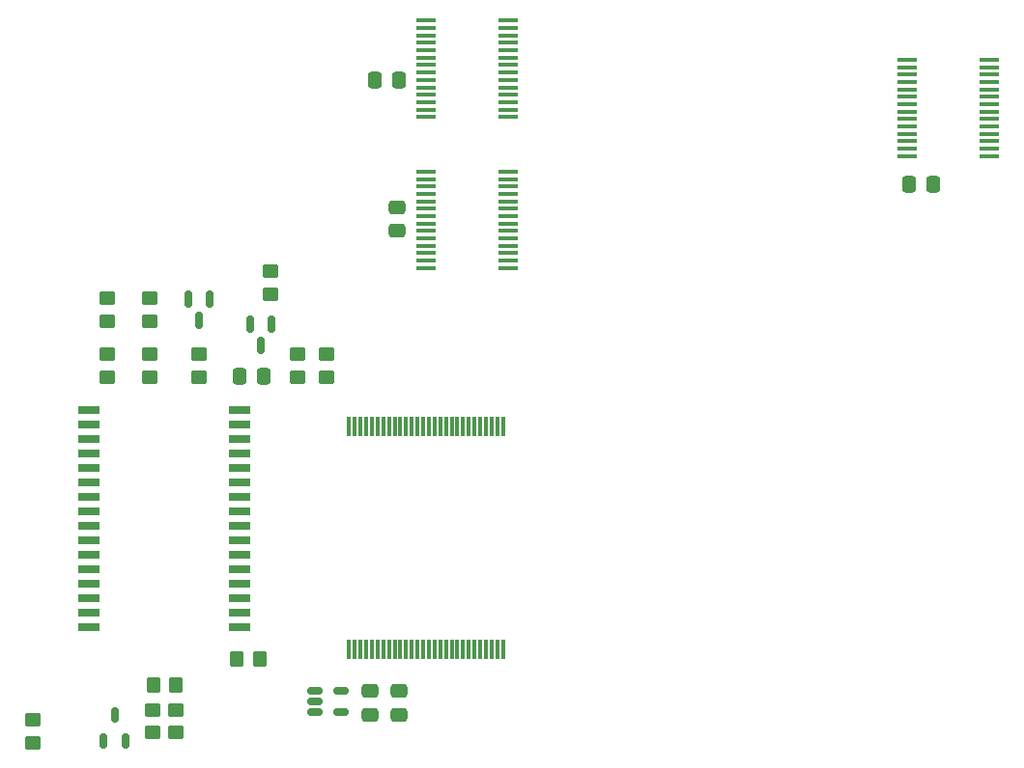
<source format=gbr>
%TF.GenerationSoftware,KiCad,Pcbnew,8.0.1*%
%TF.CreationDate,2024-04-05T12:29:39-07:00*%
%TF.ProjectId,flash-32mbit,666c6173-682d-4333-926d-6269742e6b69,10*%
%TF.SameCoordinates,Original*%
%TF.FileFunction,Paste,Top*%
%TF.FilePolarity,Positive*%
%FSLAX46Y46*%
G04 Gerber Fmt 4.6, Leading zero omitted, Abs format (unit mm)*
G04 Created by KiCad (PCBNEW 8.0.1) date 2024-04-05 12:29:39*
%MOMM*%
%LPD*%
G01*
G04 APERTURE LIST*
G04 Aperture macros list*
%AMRoundRect*
0 Rectangle with rounded corners*
0 $1 Rounding radius*
0 $2 $3 $4 $5 $6 $7 $8 $9 X,Y pos of 4 corners*
0 Add a 4 corners polygon primitive as box body*
4,1,4,$2,$3,$4,$5,$6,$7,$8,$9,$2,$3,0*
0 Add four circle primitives for the rounded corners*
1,1,$1+$1,$2,$3*
1,1,$1+$1,$4,$5*
1,1,$1+$1,$6,$7*
1,1,$1+$1,$8,$9*
0 Add four rect primitives between the rounded corners*
20,1,$1+$1,$2,$3,$4,$5,0*
20,1,$1+$1,$4,$5,$6,$7,0*
20,1,$1+$1,$6,$7,$8,$9,0*
20,1,$1+$1,$8,$9,$2,$3,0*%
G04 Aperture macros list end*
%ADD10RoundRect,0.250000X0.450000X-0.350000X0.450000X0.350000X-0.450000X0.350000X-0.450000X-0.350000X0*%
%ADD11RoundRect,0.250000X-0.475000X0.337500X-0.475000X-0.337500X0.475000X-0.337500X0.475000X0.337500X0*%
%ADD12R,1.750000X0.450000*%
%ADD13RoundRect,0.150000X0.150000X-0.512500X0.150000X0.512500X-0.150000X0.512500X-0.150000X-0.512500X0*%
%ADD14R,1.924000X0.700000*%
%ADD15RoundRect,0.250000X-0.450000X0.350000X-0.450000X-0.350000X0.450000X-0.350000X0.450000X0.350000X0*%
%ADD16RoundRect,0.150000X-0.512500X-0.150000X0.512500X-0.150000X0.512500X0.150000X-0.512500X0.150000X0*%
%ADD17RoundRect,0.250000X0.350000X0.450000X-0.350000X0.450000X-0.350000X-0.450000X0.350000X-0.450000X0*%
%ADD18RoundRect,0.250000X-0.350000X-0.450000X0.350000X-0.450000X0.350000X0.450000X-0.350000X0.450000X0*%
%ADD19RoundRect,0.250000X0.337500X0.475000X-0.337500X0.475000X-0.337500X-0.475000X0.337500X-0.475000X0*%
%ADD20RoundRect,0.075000X0.075000X-0.809000X0.075000X0.809000X-0.075000X0.809000X-0.075000X-0.809000X0*%
%ADD21RoundRect,0.250000X-0.337500X-0.475000X0.337500X-0.475000X0.337500X0.475000X-0.337500X0.475000X0*%
%ADD22RoundRect,0.150000X-0.150000X0.587500X-0.150000X-0.587500X0.150000X-0.587500X0.150000X0.587500X0*%
G04 APERTURE END LIST*
D10*
%TO.C,R12*%
X118900000Y-93200000D03*
X118900000Y-91200000D03*
%TD*%
D11*
%TO.C,C6*%
X140550000Y-78312500D03*
X140550000Y-80387500D03*
%TD*%
D10*
%TO.C,R11*%
X118900000Y-88300000D03*
X118900000Y-86300000D03*
%TD*%
%TO.C,R1*%
X129500000Y-85900000D03*
X129500000Y-83900000D03*
%TD*%
D12*
%TO.C,U7*%
X143100000Y-61925000D03*
X143100000Y-62575000D03*
X143100000Y-63225000D03*
X143100000Y-63875000D03*
X143100000Y-64525000D03*
X143100000Y-65175000D03*
X143100000Y-65825000D03*
X143100000Y-66475000D03*
X143100000Y-67125000D03*
X143100000Y-67775000D03*
X143100000Y-68425000D03*
X143100000Y-69075000D03*
X143100000Y-69725000D03*
X143100000Y-70375000D03*
X150300000Y-70375000D03*
X150300000Y-69725000D03*
X150300000Y-69075000D03*
X150300000Y-68425000D03*
X150300000Y-67775000D03*
X150300000Y-67125000D03*
X150300000Y-66475000D03*
X150300000Y-65825000D03*
X150300000Y-65175000D03*
X150300000Y-64525000D03*
X150300000Y-63875000D03*
X150300000Y-63225000D03*
X150300000Y-62575000D03*
X150300000Y-61925000D03*
%TD*%
D13*
%TO.C,D2*%
X114850000Y-125137500D03*
X116750000Y-125137500D03*
X115800000Y-122862500D03*
%TD*%
D10*
%TO.C,R6*%
X119150000Y-124400000D03*
X119150000Y-122400000D03*
%TD*%
D14*
%TO.C,U2*%
X113537000Y-96125000D03*
X113537000Y-97395000D03*
X113537000Y-98665000D03*
X113537000Y-99935000D03*
X113537000Y-101205000D03*
X113537000Y-102475000D03*
X113537000Y-103745000D03*
X113537000Y-105015000D03*
X113537000Y-106285000D03*
X113537000Y-107555000D03*
X113537000Y-108825000D03*
X113537000Y-110095000D03*
X113537000Y-111365000D03*
X113537000Y-112635000D03*
X113537000Y-113905000D03*
X113537000Y-115175000D03*
X126763000Y-115175000D03*
X126763000Y-113905000D03*
X126763000Y-112635000D03*
X126763000Y-111365000D03*
X126763000Y-110095000D03*
X126763000Y-108825000D03*
X126763000Y-107555000D03*
X126763000Y-106285000D03*
X126763000Y-105015000D03*
X126763000Y-103745000D03*
X126763000Y-102475000D03*
X126763000Y-101205000D03*
X126763000Y-99935000D03*
X126763000Y-98665000D03*
X126763000Y-97395000D03*
X126763000Y-96125000D03*
%TD*%
D11*
%TO.C,C4*%
X140700000Y-120762500D03*
X140700000Y-122837500D03*
%TD*%
D15*
%TO.C,R8*%
X108600000Y-123300000D03*
X108600000Y-125300000D03*
%TD*%
D16*
%TO.C,U3*%
X133375000Y-120700000D03*
X133375000Y-121650000D03*
X133375000Y-122600000D03*
X135650000Y-122600000D03*
X135650000Y-120700000D03*
%TD*%
D11*
%TO.C,C2*%
X138200000Y-120762500D03*
X138200000Y-122837500D03*
%TD*%
D12*
%TO.C,U6*%
X143100000Y-75175000D03*
X143100000Y-75825000D03*
X143100000Y-76475000D03*
X143100000Y-77125000D03*
X143100000Y-77775000D03*
X143100000Y-78425000D03*
X143100000Y-79075000D03*
X143100000Y-79725000D03*
X143100000Y-80375000D03*
X143100000Y-81025000D03*
X143100000Y-81675000D03*
X143100000Y-82325000D03*
X143100000Y-82975000D03*
X143100000Y-83625000D03*
X150300000Y-83625000D03*
X150300000Y-82975000D03*
X150300000Y-82325000D03*
X150300000Y-81675000D03*
X150300000Y-81025000D03*
X150300000Y-80375000D03*
X150300000Y-79725000D03*
X150300000Y-79075000D03*
X150300000Y-78425000D03*
X150300000Y-77775000D03*
X150300000Y-77125000D03*
X150300000Y-76475000D03*
X150300000Y-75825000D03*
X150300000Y-75175000D03*
%TD*%
D10*
%TO.C,R10*%
X115200000Y-88300000D03*
X115200000Y-86300000D03*
%TD*%
D17*
%TO.C,R4*%
X121200000Y-120250000D03*
X119200000Y-120250000D03*
%TD*%
D18*
%TO.C,R5*%
X126500000Y-117900000D03*
X128500000Y-117900000D03*
%TD*%
D15*
%TO.C,R13*%
X123200000Y-91200000D03*
X123200000Y-93200000D03*
%TD*%
%TO.C,R9*%
X115200000Y-91200000D03*
X115200000Y-93200000D03*
%TD*%
D19*
%TO.C,C1*%
X128837500Y-93100000D03*
X126762500Y-93100000D03*
%TD*%
D10*
%TO.C,R3*%
X134400000Y-93200000D03*
X134400000Y-91200000D03*
%TD*%
D15*
%TO.C,R14*%
X131800000Y-91200000D03*
X131800000Y-93200000D03*
%TD*%
D20*
%TO.C,U1*%
X136350000Y-117084000D03*
X136850000Y-117084000D03*
X137350000Y-117084000D03*
X137850000Y-117084000D03*
X138350000Y-117084000D03*
X138850000Y-117084000D03*
X139350000Y-117084000D03*
X139850000Y-117084000D03*
X140350000Y-117084000D03*
X140850000Y-117084000D03*
X141350000Y-117084000D03*
X141850000Y-117084000D03*
X142350000Y-117084000D03*
X142850000Y-117084000D03*
X143350000Y-117084000D03*
X143850000Y-117084000D03*
X144350000Y-117084000D03*
X144850000Y-117084000D03*
X145350000Y-117084000D03*
X145850000Y-117084000D03*
X146350000Y-117084000D03*
X146850000Y-117084000D03*
X147350000Y-117084000D03*
X147850000Y-117084000D03*
X148350000Y-117084000D03*
X148850000Y-117084000D03*
X149350000Y-117084000D03*
X149850000Y-117084000D03*
X149850000Y-97516000D03*
X149350000Y-97516000D03*
X148850000Y-97516000D03*
X148350000Y-97516000D03*
X147850000Y-97516000D03*
X147350000Y-97516000D03*
X146850000Y-97516000D03*
X146350000Y-97516000D03*
X145850000Y-97516000D03*
X145350000Y-97516000D03*
X144850000Y-97516000D03*
X144350000Y-97516000D03*
X143850000Y-97516000D03*
X143350000Y-97516000D03*
X142850000Y-97516000D03*
X142350000Y-97516000D03*
X141850000Y-97516000D03*
X141350000Y-97516000D03*
X140850000Y-97516000D03*
X140350000Y-97516000D03*
X139850000Y-97516000D03*
X139350000Y-97516000D03*
X138850000Y-97516000D03*
X138350000Y-97516000D03*
X137850000Y-97516000D03*
X137350000Y-97516000D03*
X136850000Y-97516000D03*
X136350000Y-97516000D03*
%TD*%
D10*
%TO.C,R2*%
X121200000Y-124400000D03*
X121200000Y-122400000D03*
%TD*%
D12*
%TO.C,U5*%
X185300000Y-65350000D03*
X185300000Y-66000000D03*
X185300000Y-66650000D03*
X185300000Y-67300000D03*
X185300000Y-67950000D03*
X185300000Y-68600000D03*
X185300000Y-69250000D03*
X185300000Y-69900000D03*
X185300000Y-70550000D03*
X185300000Y-71200000D03*
X185300000Y-71850000D03*
X185300000Y-72500000D03*
X185300000Y-73150000D03*
X185300000Y-73800000D03*
X192500000Y-73800000D03*
X192500000Y-73150000D03*
X192500000Y-72500000D03*
X192500000Y-71850000D03*
X192500000Y-71200000D03*
X192500000Y-70550000D03*
X192500000Y-69900000D03*
X192500000Y-69250000D03*
X192500000Y-68600000D03*
X192500000Y-67950000D03*
X192500000Y-67300000D03*
X192500000Y-66650000D03*
X192500000Y-66000000D03*
X192500000Y-65350000D03*
%TD*%
D21*
%TO.C,C5*%
X185462500Y-76275000D03*
X187537500Y-76275000D03*
%TD*%
D22*
%TO.C,D3*%
X124150000Y-86362500D03*
X122250000Y-86362500D03*
X123200000Y-88237500D03*
%TD*%
D21*
%TO.C,C7*%
X138612500Y-67150000D03*
X140687500Y-67150000D03*
%TD*%
D22*
%TO.C,D1*%
X129550000Y-88562500D03*
X127650000Y-88562500D03*
X128600000Y-90437500D03*
%TD*%
M02*

</source>
